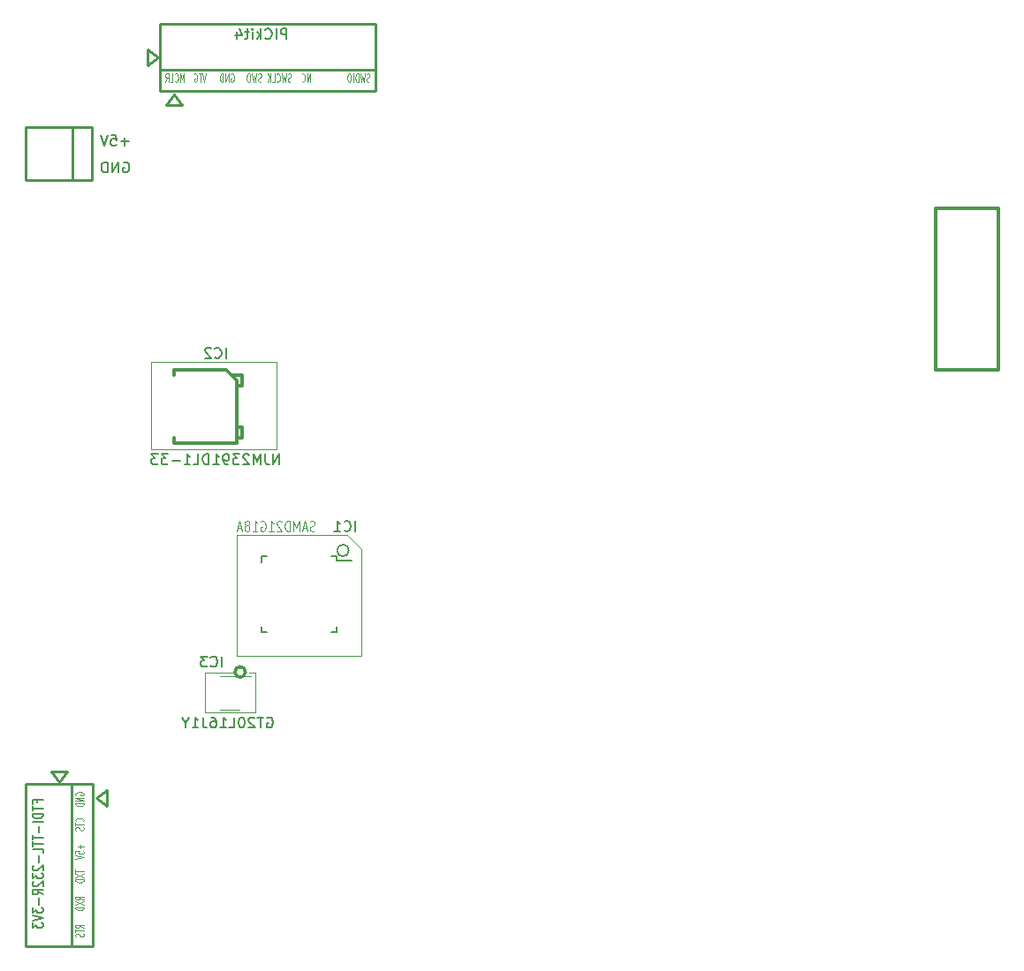
<source format=gbo>
G04 #@! TF.GenerationSoftware,KiCad,Pcbnew,(5.1.5)-3*
G04 #@! TF.CreationDate,2020-05-27T20:28:37+09:00*
G04 #@! TF.ProjectId,SAMD21G_TrainingBoard,53414d44-3231-4475-9f54-7261696e696e,rev?*
G04 #@! TF.SameCoordinates,Original*
G04 #@! TF.FileFunction,Legend,Bot*
G04 #@! TF.FilePolarity,Positive*
%FSLAX46Y46*%
G04 Gerber Fmt 4.6, Leading zero omitted, Abs format (unit mm)*
G04 Created by KiCad (PCBNEW (5.1.5)-3) date 2020-05-27 20:28:37*
%MOMM*%
%LPD*%
G04 APERTURE LIST*
%ADD10C,0.150000*%
%ADD11C,0.120000*%
%ADD12C,0.200000*%
%ADD13C,0.300000*%
%ADD14C,0.250000*%
G04 APERTURE END LIST*
D10*
X125804761Y-52252380D02*
X125804761Y-51252380D01*
X125423809Y-51252380D01*
X125328571Y-51300000D01*
X125280952Y-51347619D01*
X125233333Y-51442857D01*
X125233333Y-51585714D01*
X125280952Y-51680952D01*
X125328571Y-51728571D01*
X125423809Y-51776190D01*
X125804761Y-51776190D01*
X124804761Y-52252380D02*
X124804761Y-51252380D01*
X123757142Y-52157142D02*
X123804761Y-52204761D01*
X123947619Y-52252380D01*
X124042857Y-52252380D01*
X124185714Y-52204761D01*
X124280952Y-52109523D01*
X124328571Y-52014285D01*
X124376190Y-51823809D01*
X124376190Y-51680952D01*
X124328571Y-51490476D01*
X124280952Y-51395238D01*
X124185714Y-51300000D01*
X124042857Y-51252380D01*
X123947619Y-51252380D01*
X123804761Y-51300000D01*
X123757142Y-51347619D01*
X123328571Y-52252380D02*
X123328571Y-51252380D01*
X123233333Y-51871428D02*
X122947619Y-52252380D01*
X122947619Y-51585714D02*
X123328571Y-51966666D01*
X122519047Y-52252380D02*
X122519047Y-51585714D01*
X122519047Y-51252380D02*
X122566666Y-51300000D01*
X122519047Y-51347619D01*
X122471428Y-51300000D01*
X122519047Y-51252380D01*
X122519047Y-51347619D01*
X122185714Y-51585714D02*
X121804761Y-51585714D01*
X122042857Y-51252380D02*
X122042857Y-52109523D01*
X121995238Y-52204761D01*
X121900000Y-52252380D01*
X121804761Y-52252380D01*
X121042857Y-51585714D02*
X121042857Y-52252380D01*
X121280952Y-51204761D02*
X121519047Y-51919047D01*
X120900000Y-51919047D01*
X110161904Y-64100000D02*
X110257142Y-64052380D01*
X110400000Y-64052380D01*
X110542857Y-64100000D01*
X110638095Y-64195238D01*
X110685714Y-64290476D01*
X110733333Y-64480952D01*
X110733333Y-64623809D01*
X110685714Y-64814285D01*
X110638095Y-64909523D01*
X110542857Y-65004761D01*
X110400000Y-65052380D01*
X110304761Y-65052380D01*
X110161904Y-65004761D01*
X110114285Y-64957142D01*
X110114285Y-64623809D01*
X110304761Y-64623809D01*
X109685714Y-65052380D02*
X109685714Y-64052380D01*
X109114285Y-65052380D01*
X109114285Y-64052380D01*
X108638095Y-65052380D02*
X108638095Y-64052380D01*
X108400000Y-64052380D01*
X108257142Y-64100000D01*
X108161904Y-64195238D01*
X108114285Y-64290476D01*
X108066666Y-64480952D01*
X108066666Y-64623809D01*
X108114285Y-64814285D01*
X108161904Y-64909523D01*
X108257142Y-65004761D01*
X108400000Y-65052380D01*
X108638095Y-65052380D01*
X110685714Y-62071428D02*
X109923809Y-62071428D01*
X110304761Y-62452380D02*
X110304761Y-61690476D01*
X108971428Y-61452380D02*
X109447619Y-61452380D01*
X109495238Y-61928571D01*
X109447619Y-61880952D01*
X109352380Y-61833333D01*
X109114285Y-61833333D01*
X109019047Y-61880952D01*
X108971428Y-61928571D01*
X108923809Y-62023809D01*
X108923809Y-62261904D01*
X108971428Y-62357142D01*
X109019047Y-62404761D01*
X109114285Y-62452380D01*
X109352380Y-62452380D01*
X109447619Y-62404761D01*
X109495238Y-62357142D01*
X108638095Y-61452380D02*
X108304761Y-62452380D01*
X107971428Y-61452380D01*
D11*
X112800000Y-83200000D02*
X112800000Y-91600000D01*
X124800000Y-83200000D02*
X112800000Y-83200000D01*
X124800000Y-91600000D02*
X124800000Y-83200000D01*
X112800000Y-91600000D02*
X124800000Y-91600000D01*
X131600000Y-99800000D02*
X121000000Y-99800000D01*
X133000000Y-101200000D02*
X133000000Y-111400000D01*
X131600000Y-99800000D02*
X133000000Y-101200000D01*
X121000000Y-99800000D02*
X121200000Y-99800000D01*
X121000000Y-111400000D02*
X121000000Y-99800000D01*
X133000000Y-111400000D02*
X121000000Y-111400000D01*
X118000000Y-113000000D02*
X120600000Y-113000000D01*
X118000000Y-116800000D02*
X118000000Y-113000000D01*
X122800000Y-116800000D02*
X118000000Y-116800000D01*
X122800000Y-113000000D02*
X122800000Y-116800000D01*
X122200000Y-113000000D02*
X122800000Y-113000000D01*
D10*
X130625000Y-102300000D02*
X132000000Y-102300000D01*
X123375000Y-101875000D02*
X123900000Y-101875000D01*
X123375000Y-109125000D02*
X123900000Y-109125000D01*
X130625000Y-109125000D02*
X130100000Y-109125000D01*
X130625000Y-101875000D02*
X130100000Y-101875000D01*
X130625000Y-109125000D02*
X130625000Y-108600000D01*
X123375000Y-109125000D02*
X123375000Y-108600000D01*
X123375000Y-101875000D02*
X123375000Y-102400000D01*
X130625000Y-101875000D02*
X130625000Y-102300000D01*
D12*
X131765685Y-101300000D02*
G75*
G03X131765685Y-101300000I-565685J0D01*
G01*
D13*
X194000000Y-68500000D02*
X194000000Y-84000000D01*
X194000000Y-84000000D02*
X188000000Y-84000000D01*
X188000000Y-84000000D02*
X188000000Y-68500000D01*
X188000000Y-68500000D02*
X194000000Y-68500000D01*
D14*
X113690000Y-55200000D02*
X134290000Y-55200000D01*
X134290000Y-57200000D02*
X113690000Y-57200000D01*
X113690000Y-50800000D02*
X134290000Y-50800000D01*
X113690000Y-57200000D02*
X113690000Y-50800000D01*
X134290000Y-57200000D02*
X134290000Y-50800000D01*
X115000000Y-57524000D02*
X114238000Y-58540000D01*
X115762000Y-58540000D02*
X115000000Y-57524000D01*
X114238000Y-58540000D02*
X115762000Y-58540000D01*
X112460000Y-53238000D02*
X112460000Y-54762000D01*
X113476000Y-54000000D02*
X112460000Y-53238000D01*
X112460000Y-54762000D02*
X113476000Y-54000000D01*
X104000000Y-123476000D02*
X104762000Y-122460000D01*
X104762000Y-122460000D02*
X103238000Y-122460000D01*
X103238000Y-122460000D02*
X104000000Y-123476000D01*
X108540000Y-124238000D02*
X107524000Y-125000000D01*
X107524000Y-125000000D02*
X108540000Y-125762000D01*
X108540000Y-125762000D02*
X108540000Y-124238000D01*
X100800000Y-123690000D02*
X107200000Y-123690000D01*
X107200000Y-139290000D02*
X100800000Y-139290000D01*
X107200000Y-123690000D02*
X107200000Y-139290000D01*
X105200000Y-139290000D02*
X105200000Y-123690000D01*
X100800000Y-123690000D02*
X100800000Y-139290000D01*
X105270000Y-60730000D02*
X105270000Y-65810000D01*
X107175000Y-60730000D02*
X107175000Y-65810000D01*
X107175000Y-65810000D02*
X100825000Y-65810000D01*
X100825000Y-65810000D02*
X100825000Y-60730000D01*
X100825000Y-60730000D02*
X107175000Y-60730000D01*
D13*
X121500000Y-90500000D02*
X121000000Y-90500000D01*
X121500000Y-89500000D02*
X121500000Y-90500000D01*
X121000000Y-89500000D02*
X121500000Y-89500000D01*
X121500000Y-84500000D02*
X120500000Y-84500000D01*
X121500000Y-85500000D02*
X121500000Y-84500000D01*
X121000000Y-85500000D02*
X121500000Y-85500000D01*
X115000000Y-91000000D02*
X115000000Y-90500000D01*
X121000000Y-91000000D02*
X115000000Y-91000000D01*
X121000000Y-85000000D02*
X121000000Y-91000000D01*
X120000000Y-84000000D02*
X121000000Y-85000000D01*
X115000000Y-84000000D02*
X120000000Y-84000000D01*
X115000000Y-84500000D02*
X115000000Y-84000000D01*
D11*
X119450000Y-113340000D02*
X122400000Y-113340000D01*
X121250000Y-116560000D02*
X119450000Y-116560000D01*
D13*
X121850000Y-112950000D02*
G75*
G03X121850000Y-112950000I-500000J0D01*
G01*
D10*
X132376190Y-99452380D02*
X132376190Y-98452380D01*
X131328571Y-99357142D02*
X131376190Y-99404761D01*
X131519047Y-99452380D01*
X131614285Y-99452380D01*
X131757142Y-99404761D01*
X131852380Y-99309523D01*
X131900000Y-99214285D01*
X131947619Y-99023809D01*
X131947619Y-98880952D01*
X131900000Y-98690476D01*
X131852380Y-98595238D01*
X131757142Y-98500000D01*
X131614285Y-98452380D01*
X131519047Y-98452380D01*
X131376190Y-98500000D01*
X131328571Y-98547619D01*
X130376190Y-99452380D02*
X130947619Y-99452380D01*
X130661904Y-99452380D02*
X130661904Y-98452380D01*
X130757142Y-98595238D01*
X130852380Y-98690476D01*
X130947619Y-98738095D01*
D11*
X128495238Y-99404761D02*
X128380952Y-99452380D01*
X128190476Y-99452380D01*
X128114285Y-99404761D01*
X128076190Y-99357142D01*
X128038095Y-99261904D01*
X128038095Y-99166666D01*
X128076190Y-99071428D01*
X128114285Y-99023809D01*
X128190476Y-98976190D01*
X128342857Y-98928571D01*
X128419047Y-98880952D01*
X128457142Y-98833333D01*
X128495238Y-98738095D01*
X128495238Y-98642857D01*
X128457142Y-98547619D01*
X128419047Y-98500000D01*
X128342857Y-98452380D01*
X128152380Y-98452380D01*
X128038095Y-98500000D01*
X127733333Y-99166666D02*
X127352380Y-99166666D01*
X127809523Y-99452380D02*
X127542857Y-98452380D01*
X127276190Y-99452380D01*
X127009523Y-99452380D02*
X127009523Y-98452380D01*
X126742857Y-99166666D01*
X126476190Y-98452380D01*
X126476190Y-99452380D01*
X126095238Y-99452380D02*
X126095238Y-98452380D01*
X125904761Y-98452380D01*
X125790476Y-98500000D01*
X125714285Y-98595238D01*
X125676190Y-98690476D01*
X125638095Y-98880952D01*
X125638095Y-99023809D01*
X125676190Y-99214285D01*
X125714285Y-99309523D01*
X125790476Y-99404761D01*
X125904761Y-99452380D01*
X126095238Y-99452380D01*
X125333333Y-98547619D02*
X125295238Y-98500000D01*
X125219047Y-98452380D01*
X125028571Y-98452380D01*
X124952380Y-98500000D01*
X124914285Y-98547619D01*
X124876190Y-98642857D01*
X124876190Y-98738095D01*
X124914285Y-98880952D01*
X125371428Y-99452380D01*
X124876190Y-99452380D01*
X124114285Y-99452380D02*
X124571428Y-99452380D01*
X124342857Y-99452380D02*
X124342857Y-98452380D01*
X124419047Y-98595238D01*
X124495238Y-98690476D01*
X124571428Y-98738095D01*
X123352380Y-98500000D02*
X123428571Y-98452380D01*
X123542857Y-98452380D01*
X123657142Y-98500000D01*
X123733333Y-98595238D01*
X123771428Y-98690476D01*
X123809523Y-98880952D01*
X123809523Y-99023809D01*
X123771428Y-99214285D01*
X123733333Y-99309523D01*
X123657142Y-99404761D01*
X123542857Y-99452380D01*
X123466666Y-99452380D01*
X123352380Y-99404761D01*
X123314285Y-99357142D01*
X123314285Y-99023809D01*
X123466666Y-99023809D01*
X122552380Y-99452380D02*
X123009523Y-99452380D01*
X122780952Y-99452380D02*
X122780952Y-98452380D01*
X122857142Y-98595238D01*
X122933333Y-98690476D01*
X123009523Y-98738095D01*
X122095238Y-98880952D02*
X122171428Y-98833333D01*
X122209523Y-98785714D01*
X122247619Y-98690476D01*
X122247619Y-98642857D01*
X122209523Y-98547619D01*
X122171428Y-98500000D01*
X122095238Y-98452380D01*
X121942857Y-98452380D01*
X121866666Y-98500000D01*
X121828571Y-98547619D01*
X121790476Y-98642857D01*
X121790476Y-98690476D01*
X121828571Y-98785714D01*
X121866666Y-98833333D01*
X121942857Y-98880952D01*
X122095238Y-98880952D01*
X122171428Y-98928571D01*
X122209523Y-98976190D01*
X122247619Y-99071428D01*
X122247619Y-99261904D01*
X122209523Y-99357142D01*
X122171428Y-99404761D01*
X122095238Y-99452380D01*
X121942857Y-99452380D01*
X121866666Y-99404761D01*
X121828571Y-99357142D01*
X121790476Y-99261904D01*
X121790476Y-99071428D01*
X121828571Y-98976190D01*
X121866666Y-98928571D01*
X121942857Y-98880952D01*
X121485714Y-99166666D02*
X121104761Y-99166666D01*
X121561904Y-99452380D02*
X121295238Y-98452380D01*
X121028571Y-99452380D01*
X133749523Y-56323809D02*
X133678095Y-56361904D01*
X133559047Y-56361904D01*
X133511428Y-56323809D01*
X133487619Y-56285714D01*
X133463809Y-56209523D01*
X133463809Y-56133333D01*
X133487619Y-56057142D01*
X133511428Y-56019047D01*
X133559047Y-55980952D01*
X133654285Y-55942857D01*
X133701904Y-55904761D01*
X133725714Y-55866666D01*
X133749523Y-55790476D01*
X133749523Y-55714285D01*
X133725714Y-55638095D01*
X133701904Y-55600000D01*
X133654285Y-55561904D01*
X133535238Y-55561904D01*
X133463809Y-55600000D01*
X133297142Y-55561904D02*
X133178095Y-56361904D01*
X133082857Y-55790476D01*
X132987619Y-56361904D01*
X132868571Y-55561904D01*
X132678095Y-56361904D02*
X132678095Y-55561904D01*
X132559047Y-55561904D01*
X132487619Y-55600000D01*
X132440000Y-55676190D01*
X132416190Y-55752380D01*
X132392380Y-55904761D01*
X132392380Y-56019047D01*
X132416190Y-56171428D01*
X132440000Y-56247619D01*
X132487619Y-56323809D01*
X132559047Y-56361904D01*
X132678095Y-56361904D01*
X132178095Y-56361904D02*
X132178095Y-55561904D01*
X131844761Y-55561904D02*
X131749523Y-55561904D01*
X131701904Y-55600000D01*
X131654285Y-55676190D01*
X131630476Y-55828571D01*
X131630476Y-56095238D01*
X131654285Y-56247619D01*
X131701904Y-56323809D01*
X131749523Y-56361904D01*
X131844761Y-56361904D01*
X131892380Y-56323809D01*
X131940000Y-56247619D01*
X131963809Y-56095238D01*
X131963809Y-55828571D01*
X131940000Y-55676190D01*
X131892380Y-55600000D01*
X131844761Y-55561904D01*
X128082857Y-56361904D02*
X128082857Y-55561904D01*
X127797142Y-56361904D01*
X127797142Y-55561904D01*
X127273333Y-56285714D02*
X127297142Y-56323809D01*
X127368571Y-56361904D01*
X127416190Y-56361904D01*
X127487619Y-56323809D01*
X127535238Y-56247619D01*
X127559047Y-56171428D01*
X127582857Y-56019047D01*
X127582857Y-55904761D01*
X127559047Y-55752380D01*
X127535238Y-55676190D01*
X127487619Y-55600000D01*
X127416190Y-55561904D01*
X127368571Y-55561904D01*
X127297142Y-55600000D01*
X127273333Y-55638095D01*
X128082857Y-56361904D02*
X128082857Y-55561904D01*
X127797142Y-56361904D01*
X127797142Y-55561904D01*
X127273333Y-56285714D02*
X127297142Y-56323809D01*
X127368571Y-56361904D01*
X127416190Y-56361904D01*
X127487619Y-56323809D01*
X127535238Y-56247619D01*
X127559047Y-56171428D01*
X127582857Y-56019047D01*
X127582857Y-55904761D01*
X127559047Y-55752380D01*
X127535238Y-55676190D01*
X127487619Y-55600000D01*
X127416190Y-55561904D01*
X127368571Y-55561904D01*
X127297142Y-55600000D01*
X127273333Y-55638095D01*
X126220952Y-56323809D02*
X126149523Y-56361904D01*
X126030476Y-56361904D01*
X125982857Y-56323809D01*
X125959047Y-56285714D01*
X125935238Y-56209523D01*
X125935238Y-56133333D01*
X125959047Y-56057142D01*
X125982857Y-56019047D01*
X126030476Y-55980952D01*
X126125714Y-55942857D01*
X126173333Y-55904761D01*
X126197142Y-55866666D01*
X126220952Y-55790476D01*
X126220952Y-55714285D01*
X126197142Y-55638095D01*
X126173333Y-55600000D01*
X126125714Y-55561904D01*
X126006666Y-55561904D01*
X125935238Y-55600000D01*
X125768571Y-55561904D02*
X125649523Y-56361904D01*
X125554285Y-55790476D01*
X125459047Y-56361904D01*
X125340000Y-55561904D01*
X124863809Y-56285714D02*
X124887619Y-56323809D01*
X124959047Y-56361904D01*
X125006666Y-56361904D01*
X125078095Y-56323809D01*
X125125714Y-56247619D01*
X125149523Y-56171428D01*
X125173333Y-56019047D01*
X125173333Y-55904761D01*
X125149523Y-55752380D01*
X125125714Y-55676190D01*
X125078095Y-55600000D01*
X125006666Y-55561904D01*
X124959047Y-55561904D01*
X124887619Y-55600000D01*
X124863809Y-55638095D01*
X124411428Y-56361904D02*
X124649523Y-56361904D01*
X124649523Y-55561904D01*
X124244761Y-56361904D02*
X124244761Y-55561904D01*
X123959047Y-56361904D02*
X124173333Y-55904761D01*
X123959047Y-55561904D02*
X124244761Y-56019047D01*
X123380476Y-56323809D02*
X123309047Y-56361904D01*
X123190000Y-56361904D01*
X123142380Y-56323809D01*
X123118571Y-56285714D01*
X123094761Y-56209523D01*
X123094761Y-56133333D01*
X123118571Y-56057142D01*
X123142380Y-56019047D01*
X123190000Y-55980952D01*
X123285238Y-55942857D01*
X123332857Y-55904761D01*
X123356666Y-55866666D01*
X123380476Y-55790476D01*
X123380476Y-55714285D01*
X123356666Y-55638095D01*
X123332857Y-55600000D01*
X123285238Y-55561904D01*
X123166190Y-55561904D01*
X123094761Y-55600000D01*
X122928095Y-55561904D02*
X122809047Y-56361904D01*
X122713809Y-55790476D01*
X122618571Y-56361904D01*
X122499523Y-55561904D01*
X122213809Y-55561904D02*
X122118571Y-55561904D01*
X122070952Y-55600000D01*
X122023333Y-55676190D01*
X121999523Y-55828571D01*
X121999523Y-56095238D01*
X122023333Y-56247619D01*
X122070952Y-56323809D01*
X122118571Y-56361904D01*
X122213809Y-56361904D01*
X122261428Y-56323809D01*
X122309047Y-56247619D01*
X122332857Y-56095238D01*
X122332857Y-55828571D01*
X122309047Y-55676190D01*
X122261428Y-55600000D01*
X122213809Y-55561904D01*
X120470952Y-55600000D02*
X120518571Y-55561904D01*
X120590000Y-55561904D01*
X120661428Y-55600000D01*
X120709047Y-55676190D01*
X120732857Y-55752380D01*
X120756666Y-55904761D01*
X120756666Y-56019047D01*
X120732857Y-56171428D01*
X120709047Y-56247619D01*
X120661428Y-56323809D01*
X120590000Y-56361904D01*
X120542380Y-56361904D01*
X120470952Y-56323809D01*
X120447142Y-56285714D01*
X120447142Y-56019047D01*
X120542380Y-56019047D01*
X120232857Y-56361904D02*
X120232857Y-55561904D01*
X119947142Y-56361904D01*
X119947142Y-55561904D01*
X119709047Y-56361904D02*
X119709047Y-55561904D01*
X119590000Y-55561904D01*
X119518571Y-55600000D01*
X119470952Y-55676190D01*
X119447142Y-55752380D01*
X119423333Y-55904761D01*
X119423333Y-56019047D01*
X119447142Y-56171428D01*
X119470952Y-56247619D01*
X119518571Y-56323809D01*
X119590000Y-56361904D01*
X119709047Y-56361904D01*
X118097142Y-55561904D02*
X117930476Y-56361904D01*
X117763809Y-55561904D01*
X117668571Y-55561904D02*
X117382857Y-55561904D01*
X117525714Y-56361904D02*
X117525714Y-55561904D01*
X116954285Y-55600000D02*
X117001904Y-55561904D01*
X117073333Y-55561904D01*
X117144761Y-55600000D01*
X117192380Y-55676190D01*
X117216190Y-55752380D01*
X117240000Y-55904761D01*
X117240000Y-56019047D01*
X117216190Y-56171428D01*
X117192380Y-56247619D01*
X117144761Y-56323809D01*
X117073333Y-56361904D01*
X117025714Y-56361904D01*
X116954285Y-56323809D01*
X116930476Y-56285714D01*
X116930476Y-56019047D01*
X117025714Y-56019047D01*
X116078095Y-55268000D02*
X115506666Y-55268000D01*
X115959047Y-56361904D02*
X115959047Y-55561904D01*
X115792380Y-56133333D01*
X115625714Y-55561904D01*
X115625714Y-56361904D01*
X115506666Y-55268000D02*
X115006666Y-55268000D01*
X115101904Y-56285714D02*
X115125714Y-56323809D01*
X115197142Y-56361904D01*
X115244761Y-56361904D01*
X115316190Y-56323809D01*
X115363809Y-56247619D01*
X115387619Y-56171428D01*
X115411428Y-56019047D01*
X115411428Y-55904761D01*
X115387619Y-55752380D01*
X115363809Y-55676190D01*
X115316190Y-55600000D01*
X115244761Y-55561904D01*
X115197142Y-55561904D01*
X115125714Y-55600000D01*
X115101904Y-55638095D01*
X115006666Y-55268000D02*
X114601904Y-55268000D01*
X114649523Y-56361904D02*
X114887619Y-56361904D01*
X114887619Y-55561904D01*
X114601904Y-55268000D02*
X114101904Y-55268000D01*
X114197142Y-56361904D02*
X114363809Y-55980952D01*
X114482857Y-56361904D02*
X114482857Y-55561904D01*
X114292380Y-55561904D01*
X114244761Y-55600000D01*
X114220952Y-55638095D01*
X114197142Y-55714285D01*
X114197142Y-55828571D01*
X114220952Y-55904761D01*
X114244761Y-55942857D01*
X114292380Y-55980952D01*
X114482857Y-55980952D01*
X105600000Y-124769047D02*
X105561904Y-124721428D01*
X105561904Y-124650000D01*
X105600000Y-124578571D01*
X105676190Y-124530952D01*
X105752380Y-124507142D01*
X105904761Y-124483333D01*
X106019047Y-124483333D01*
X106171428Y-124507142D01*
X106247619Y-124530952D01*
X106323809Y-124578571D01*
X106361904Y-124650000D01*
X106361904Y-124697619D01*
X106323809Y-124769047D01*
X106285714Y-124792857D01*
X106019047Y-124792857D01*
X106019047Y-124697619D01*
X106361904Y-125007142D02*
X105561904Y-125007142D01*
X106361904Y-125292857D01*
X105561904Y-125292857D01*
X106361904Y-125530952D02*
X105561904Y-125530952D01*
X105561904Y-125650000D01*
X105600000Y-125721428D01*
X105676190Y-125769047D01*
X105752380Y-125792857D01*
X105904761Y-125816666D01*
X106019047Y-125816666D01*
X106171428Y-125792857D01*
X106247619Y-125769047D01*
X106323809Y-125721428D01*
X106361904Y-125650000D01*
X106361904Y-125530952D01*
X106285714Y-127276190D02*
X106323809Y-127252380D01*
X106361904Y-127180952D01*
X106361904Y-127133333D01*
X106323809Y-127061904D01*
X106247619Y-127014285D01*
X106171428Y-126990476D01*
X106019047Y-126966666D01*
X105904761Y-126966666D01*
X105752380Y-126990476D01*
X105676190Y-127014285D01*
X105600000Y-127061904D01*
X105561904Y-127133333D01*
X105561904Y-127180952D01*
X105600000Y-127252380D01*
X105638095Y-127276190D01*
X105561904Y-127419047D02*
X105561904Y-127704761D01*
X106361904Y-127561904D02*
X105561904Y-127561904D01*
X106323809Y-127847619D02*
X106361904Y-127919047D01*
X106361904Y-128038095D01*
X106323809Y-128085714D01*
X106285714Y-128109523D01*
X106209523Y-128133333D01*
X106133333Y-128133333D01*
X106057142Y-128109523D01*
X106019047Y-128085714D01*
X105980952Y-128038095D01*
X105942857Y-127942857D01*
X105904761Y-127895238D01*
X105866666Y-127871428D01*
X105790476Y-127847619D01*
X105714285Y-127847619D01*
X105638095Y-127871428D01*
X105600000Y-127895238D01*
X105561904Y-127942857D01*
X105561904Y-128061904D01*
X105600000Y-128133333D01*
X106057142Y-129507142D02*
X106057142Y-129888095D01*
X106361904Y-129697619D02*
X105752380Y-129697619D01*
X105561904Y-130364285D02*
X105561904Y-130126190D01*
X105942857Y-130102380D01*
X105904761Y-130126190D01*
X105866666Y-130173809D01*
X105866666Y-130292857D01*
X105904761Y-130340476D01*
X105942857Y-130364285D01*
X106019047Y-130388095D01*
X106209523Y-130388095D01*
X106285714Y-130364285D01*
X106323809Y-130340476D01*
X106361904Y-130292857D01*
X106361904Y-130173809D01*
X106323809Y-130126190D01*
X106285714Y-130102380D01*
X105561904Y-130530952D02*
X106361904Y-130697619D01*
X105561904Y-130864285D01*
X105561904Y-131919047D02*
X105561904Y-132204761D01*
X106361904Y-132061904D02*
X105561904Y-132061904D01*
X105561904Y-132323809D02*
X106361904Y-132657142D01*
X105561904Y-132657142D02*
X106361904Y-132323809D01*
X106361904Y-132847619D02*
X105561904Y-132847619D01*
X105561904Y-132966666D01*
X105600000Y-133038095D01*
X105676190Y-133085714D01*
X105752380Y-133109523D01*
X105904761Y-133133333D01*
X106019047Y-133133333D01*
X106171428Y-133109523D01*
X106247619Y-133085714D01*
X106323809Y-133038095D01*
X106361904Y-132966666D01*
X106361904Y-132847619D01*
X106361904Y-134816666D02*
X105980952Y-134650000D01*
X106361904Y-134530952D02*
X105561904Y-134530952D01*
X105561904Y-134721428D01*
X105600000Y-134769047D01*
X105638095Y-134792857D01*
X105714285Y-134816666D01*
X105828571Y-134816666D01*
X105904761Y-134792857D01*
X105942857Y-134769047D01*
X105980952Y-134721428D01*
X105980952Y-134530952D01*
X105561904Y-134983333D02*
X106361904Y-135316666D01*
X105561904Y-135316666D02*
X106361904Y-134983333D01*
X106361904Y-135507142D02*
X105561904Y-135507142D01*
X105561904Y-135626190D01*
X105600000Y-135697619D01*
X105676190Y-135745238D01*
X105752380Y-135769047D01*
X105904761Y-135792857D01*
X106019047Y-135792857D01*
X106171428Y-135769047D01*
X106247619Y-135745238D01*
X106323809Y-135697619D01*
X106361904Y-135626190D01*
X106361904Y-135507142D01*
X106361904Y-137476190D02*
X105980952Y-137309523D01*
X106361904Y-137190476D02*
X105561904Y-137190476D01*
X105561904Y-137380952D01*
X105600000Y-137428571D01*
X105638095Y-137452380D01*
X105714285Y-137476190D01*
X105828571Y-137476190D01*
X105904761Y-137452380D01*
X105942857Y-137428571D01*
X105980952Y-137380952D01*
X105980952Y-137190476D01*
X105561904Y-137619047D02*
X105561904Y-137904761D01*
X106361904Y-137761904D02*
X105561904Y-137761904D01*
X106323809Y-138047619D02*
X106361904Y-138119047D01*
X106361904Y-138238095D01*
X106323809Y-138285714D01*
X106285714Y-138309523D01*
X106209523Y-138333333D01*
X106133333Y-138333333D01*
X106057142Y-138309523D01*
X106019047Y-138285714D01*
X105980952Y-138238095D01*
X105942857Y-138142857D01*
X105904761Y-138095238D01*
X105866666Y-138071428D01*
X105790476Y-138047619D01*
X105714285Y-138047619D01*
X105638095Y-138071428D01*
X105600000Y-138095238D01*
X105561904Y-138142857D01*
X105561904Y-138261904D01*
X105600000Y-138333333D01*
D10*
X101928571Y-125502380D02*
X101928571Y-125235714D01*
X102452380Y-125235714D02*
X101452380Y-125235714D01*
X101452380Y-125616666D01*
X101452380Y-125807142D02*
X101452380Y-126264285D01*
X102452380Y-126035714D02*
X101452380Y-126035714D01*
X102452380Y-126530952D02*
X101452380Y-126530952D01*
X101452380Y-126721428D01*
X101500000Y-126835714D01*
X101595238Y-126911904D01*
X101690476Y-126950000D01*
X101880952Y-126988095D01*
X102023809Y-126988095D01*
X102214285Y-126950000D01*
X102309523Y-126911904D01*
X102404761Y-126835714D01*
X102452380Y-126721428D01*
X102452380Y-126530952D01*
X102452380Y-127330952D02*
X101452380Y-127330952D01*
X102071428Y-127711904D02*
X102071428Y-128321428D01*
X101452380Y-128588095D02*
X101452380Y-129045238D01*
X102452380Y-128816666D02*
X101452380Y-128816666D01*
X101452380Y-129197619D02*
X101452380Y-129654761D01*
X102452380Y-129426190D02*
X101452380Y-129426190D01*
X102452380Y-130302380D02*
X102452380Y-129921428D01*
X101452380Y-129921428D01*
X102071428Y-130569047D02*
X102071428Y-131178571D01*
X101547619Y-131521428D02*
X101500000Y-131559523D01*
X101452380Y-131635714D01*
X101452380Y-131826190D01*
X101500000Y-131902380D01*
X101547619Y-131940476D01*
X101642857Y-131978571D01*
X101738095Y-131978571D01*
X101880952Y-131940476D01*
X102452380Y-131483333D01*
X102452380Y-131978571D01*
X101452380Y-132245238D02*
X101452380Y-132740476D01*
X101833333Y-132473809D01*
X101833333Y-132588095D01*
X101880952Y-132664285D01*
X101928571Y-132702380D01*
X102023809Y-132740476D01*
X102261904Y-132740476D01*
X102357142Y-132702380D01*
X102404761Y-132664285D01*
X102452380Y-132588095D01*
X102452380Y-132359523D01*
X102404761Y-132283333D01*
X102357142Y-132245238D01*
X101547619Y-133045238D02*
X101500000Y-133083333D01*
X101452380Y-133159523D01*
X101452380Y-133350000D01*
X101500000Y-133426190D01*
X101547619Y-133464285D01*
X101642857Y-133502380D01*
X101738095Y-133502380D01*
X101880952Y-133464285D01*
X102452380Y-133007142D01*
X102452380Y-133502380D01*
X102452380Y-134302380D02*
X101976190Y-134035714D01*
X102452380Y-133845238D02*
X101452380Y-133845238D01*
X101452380Y-134150000D01*
X101500000Y-134226190D01*
X101547619Y-134264285D01*
X101642857Y-134302380D01*
X101785714Y-134302380D01*
X101880952Y-134264285D01*
X101928571Y-134226190D01*
X101976190Y-134150000D01*
X101976190Y-133845238D01*
X102071428Y-134645238D02*
X102071428Y-135254761D01*
X101452380Y-135559523D02*
X101452380Y-136054761D01*
X101833333Y-135788095D01*
X101833333Y-135902380D01*
X101880952Y-135978571D01*
X101928571Y-136016666D01*
X102023809Y-136054761D01*
X102261904Y-136054761D01*
X102357142Y-136016666D01*
X102404761Y-135978571D01*
X102452380Y-135902380D01*
X102452380Y-135673809D01*
X102404761Y-135597619D01*
X102357142Y-135559523D01*
X101452380Y-136283333D02*
X102452380Y-136550000D01*
X101452380Y-136816666D01*
X101452380Y-137007142D02*
X101452380Y-137502380D01*
X101833333Y-137235714D01*
X101833333Y-137350000D01*
X101880952Y-137426190D01*
X101928571Y-137464285D01*
X102023809Y-137502380D01*
X102261904Y-137502380D01*
X102357142Y-137464285D01*
X102404761Y-137426190D01*
X102452380Y-137350000D01*
X102452380Y-137121428D01*
X102404761Y-137045238D01*
X102357142Y-137007142D01*
X119976190Y-82852380D02*
X119976190Y-81852380D01*
X118928571Y-82757142D02*
X118976190Y-82804761D01*
X119119047Y-82852380D01*
X119214285Y-82852380D01*
X119357142Y-82804761D01*
X119452380Y-82709523D01*
X119500000Y-82614285D01*
X119547619Y-82423809D01*
X119547619Y-82280952D01*
X119500000Y-82090476D01*
X119452380Y-81995238D01*
X119357142Y-81900000D01*
X119214285Y-81852380D01*
X119119047Y-81852380D01*
X118976190Y-81900000D01*
X118928571Y-81947619D01*
X118547619Y-81947619D02*
X118500000Y-81900000D01*
X118404761Y-81852380D01*
X118166666Y-81852380D01*
X118071428Y-81900000D01*
X118023809Y-81947619D01*
X117976190Y-82042857D01*
X117976190Y-82138095D01*
X118023809Y-82280952D01*
X118595238Y-82852380D01*
X117976190Y-82852380D01*
X125095238Y-93052380D02*
X125095238Y-92052380D01*
X124523809Y-93052380D01*
X124523809Y-92052380D01*
X123761904Y-92052380D02*
X123761904Y-92766666D01*
X123809523Y-92909523D01*
X123904761Y-93004761D01*
X124047619Y-93052380D01*
X124142857Y-93052380D01*
X123285714Y-93052380D02*
X123285714Y-92052380D01*
X122952380Y-92766666D01*
X122619047Y-92052380D01*
X122619047Y-93052380D01*
X122190476Y-92147619D02*
X122142857Y-92100000D01*
X122047619Y-92052380D01*
X121809523Y-92052380D01*
X121714285Y-92100000D01*
X121666666Y-92147619D01*
X121619047Y-92242857D01*
X121619047Y-92338095D01*
X121666666Y-92480952D01*
X122238095Y-93052380D01*
X121619047Y-93052380D01*
X121285714Y-92052380D02*
X120666666Y-92052380D01*
X121000000Y-92433333D01*
X120857142Y-92433333D01*
X120761904Y-92480952D01*
X120714285Y-92528571D01*
X120666666Y-92623809D01*
X120666666Y-92861904D01*
X120714285Y-92957142D01*
X120761904Y-93004761D01*
X120857142Y-93052380D01*
X121142857Y-93052380D01*
X121238095Y-93004761D01*
X121285714Y-92957142D01*
X120190476Y-93052380D02*
X120000000Y-93052380D01*
X119904761Y-93004761D01*
X119857142Y-92957142D01*
X119761904Y-92814285D01*
X119714285Y-92623809D01*
X119714285Y-92242857D01*
X119761904Y-92147619D01*
X119809523Y-92100000D01*
X119904761Y-92052380D01*
X120095238Y-92052380D01*
X120190476Y-92100000D01*
X120238095Y-92147619D01*
X120285714Y-92242857D01*
X120285714Y-92480952D01*
X120238095Y-92576190D01*
X120190476Y-92623809D01*
X120095238Y-92671428D01*
X119904761Y-92671428D01*
X119809523Y-92623809D01*
X119761904Y-92576190D01*
X119714285Y-92480952D01*
X118761904Y-93052380D02*
X119333333Y-93052380D01*
X119047619Y-93052380D02*
X119047619Y-92052380D01*
X119142857Y-92195238D01*
X119238095Y-92290476D01*
X119333333Y-92338095D01*
X118333333Y-93052380D02*
X118333333Y-92052380D01*
X118095238Y-92052380D01*
X117952380Y-92100000D01*
X117857142Y-92195238D01*
X117809523Y-92290476D01*
X117761904Y-92480952D01*
X117761904Y-92623809D01*
X117809523Y-92814285D01*
X117857142Y-92909523D01*
X117952380Y-93004761D01*
X118095238Y-93052380D01*
X118333333Y-93052380D01*
X116857142Y-93052380D02*
X117333333Y-93052380D01*
X117333333Y-92052380D01*
X116000000Y-93052380D02*
X116571428Y-93052380D01*
X116285714Y-93052380D02*
X116285714Y-92052380D01*
X116380952Y-92195238D01*
X116476190Y-92290476D01*
X116571428Y-92338095D01*
X115571428Y-92671428D02*
X114809523Y-92671428D01*
X114428571Y-92052380D02*
X113809523Y-92052380D01*
X114142857Y-92433333D01*
X114000000Y-92433333D01*
X113904761Y-92480952D01*
X113857142Y-92528571D01*
X113809523Y-92623809D01*
X113809523Y-92861904D01*
X113857142Y-92957142D01*
X113904761Y-93004761D01*
X114000000Y-93052380D01*
X114285714Y-93052380D01*
X114380952Y-93004761D01*
X114428571Y-92957142D01*
X113476190Y-92052380D02*
X112857142Y-92052380D01*
X113190476Y-92433333D01*
X113047619Y-92433333D01*
X112952380Y-92480952D01*
X112904761Y-92528571D01*
X112857142Y-92623809D01*
X112857142Y-92861904D01*
X112904761Y-92957142D01*
X112952380Y-93004761D01*
X113047619Y-93052380D01*
X113333333Y-93052380D01*
X113428571Y-93004761D01*
X113476190Y-92957142D01*
X119576190Y-112452380D02*
X119576190Y-111452380D01*
X118528571Y-112357142D02*
X118576190Y-112404761D01*
X118719047Y-112452380D01*
X118814285Y-112452380D01*
X118957142Y-112404761D01*
X119052380Y-112309523D01*
X119100000Y-112214285D01*
X119147619Y-112023809D01*
X119147619Y-111880952D01*
X119100000Y-111690476D01*
X119052380Y-111595238D01*
X118957142Y-111500000D01*
X118814285Y-111452380D01*
X118719047Y-111452380D01*
X118576190Y-111500000D01*
X118528571Y-111547619D01*
X118195238Y-111452380D02*
X117576190Y-111452380D01*
X117909523Y-111833333D01*
X117766666Y-111833333D01*
X117671428Y-111880952D01*
X117623809Y-111928571D01*
X117576190Y-112023809D01*
X117576190Y-112261904D01*
X117623809Y-112357142D01*
X117671428Y-112404761D01*
X117766666Y-112452380D01*
X118052380Y-112452380D01*
X118147619Y-112404761D01*
X118195238Y-112357142D01*
X123914285Y-117350000D02*
X124009523Y-117302380D01*
X124152380Y-117302380D01*
X124295238Y-117350000D01*
X124390476Y-117445238D01*
X124438095Y-117540476D01*
X124485714Y-117730952D01*
X124485714Y-117873809D01*
X124438095Y-118064285D01*
X124390476Y-118159523D01*
X124295238Y-118254761D01*
X124152380Y-118302380D01*
X124057142Y-118302380D01*
X123914285Y-118254761D01*
X123866666Y-118207142D01*
X123866666Y-117873809D01*
X124057142Y-117873809D01*
X123580952Y-117302380D02*
X123009523Y-117302380D01*
X123295238Y-118302380D02*
X123295238Y-117302380D01*
X122723809Y-117397619D02*
X122676190Y-117350000D01*
X122580952Y-117302380D01*
X122342857Y-117302380D01*
X122247619Y-117350000D01*
X122200000Y-117397619D01*
X122152380Y-117492857D01*
X122152380Y-117588095D01*
X122200000Y-117730952D01*
X122771428Y-118302380D01*
X122152380Y-118302380D01*
X121533333Y-117302380D02*
X121438095Y-117302380D01*
X121342857Y-117350000D01*
X121295238Y-117397619D01*
X121247619Y-117492857D01*
X121200000Y-117683333D01*
X121200000Y-117921428D01*
X121247619Y-118111904D01*
X121295238Y-118207142D01*
X121342857Y-118254761D01*
X121438095Y-118302380D01*
X121533333Y-118302380D01*
X121628571Y-118254761D01*
X121676190Y-118207142D01*
X121723809Y-118111904D01*
X121771428Y-117921428D01*
X121771428Y-117683333D01*
X121723809Y-117492857D01*
X121676190Y-117397619D01*
X121628571Y-117350000D01*
X121533333Y-117302380D01*
X120295238Y-118302380D02*
X120771428Y-118302380D01*
X120771428Y-117302380D01*
X119438095Y-118302380D02*
X120009523Y-118302380D01*
X119723809Y-118302380D02*
X119723809Y-117302380D01*
X119819047Y-117445238D01*
X119914285Y-117540476D01*
X120009523Y-117588095D01*
X118580952Y-117302380D02*
X118771428Y-117302380D01*
X118866666Y-117350000D01*
X118914285Y-117397619D01*
X119009523Y-117540476D01*
X119057142Y-117730952D01*
X119057142Y-118111904D01*
X119009523Y-118207142D01*
X118961904Y-118254761D01*
X118866666Y-118302380D01*
X118676190Y-118302380D01*
X118580952Y-118254761D01*
X118533333Y-118207142D01*
X118485714Y-118111904D01*
X118485714Y-117873809D01*
X118533333Y-117778571D01*
X118580952Y-117730952D01*
X118676190Y-117683333D01*
X118866666Y-117683333D01*
X118961904Y-117730952D01*
X119009523Y-117778571D01*
X119057142Y-117873809D01*
X117771428Y-117302380D02*
X117771428Y-118016666D01*
X117819047Y-118159523D01*
X117914285Y-118254761D01*
X118057142Y-118302380D01*
X118152380Y-118302380D01*
X116771428Y-118302380D02*
X117342857Y-118302380D01*
X117057142Y-118302380D02*
X117057142Y-117302380D01*
X117152380Y-117445238D01*
X117247619Y-117540476D01*
X117342857Y-117588095D01*
X116152380Y-117826190D02*
X116152380Y-118302380D01*
X116485714Y-117302380D02*
X116152380Y-117826190D01*
X115819047Y-117302380D01*
M02*

</source>
